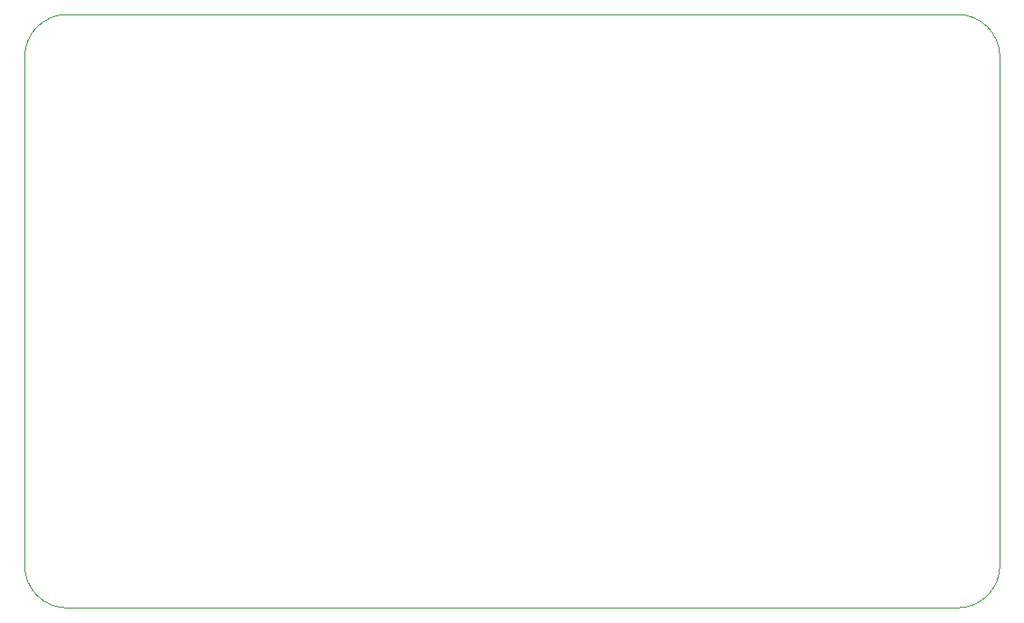
<source format=gbr>
G04 #@! TF.GenerationSoftware,KiCad,Pcbnew,(5.1.5)-3*
G04 #@! TF.CreationDate,2020-05-08T22:50:54-04:00*
G04 #@! TF.ProjectId,metropolislefty,6d657472-6f70-46f6-9c69-736c65667479,rev?*
G04 #@! TF.SameCoordinates,Original*
G04 #@! TF.FileFunction,Profile,NP*
%FSLAX46Y46*%
G04 Gerber Fmt 4.6, Leading zero omitted, Abs format (unit mm)*
G04 Created by KiCad (PCBNEW (5.1.5)-3) date 2020-05-08 22:50:54*
%MOMM*%
%LPD*%
G04 APERTURE LIST*
%ADD10C,0.050000*%
G04 APERTURE END LIST*
D10*
X51593750Y-123031250D02*
X51593750Y-75406250D01*
X138906250Y-127000000D02*
X55562500Y-127000000D01*
X142875000Y-75406250D02*
X142875000Y-123031250D01*
X55562500Y-71437500D02*
X138906250Y-71437500D01*
X51593750Y-75406250D02*
G75*
G02X55562500Y-71437500I3968750J0D01*
G01*
X55562500Y-127000000D02*
G75*
G02X51593750Y-123031250I0J3968750D01*
G01*
X142875000Y-123031250D02*
G75*
G02X138906250Y-127000000I-3968750J0D01*
G01*
X138906250Y-71437500D02*
G75*
G02X142875000Y-75406250I0J-3968750D01*
G01*
M02*

</source>
